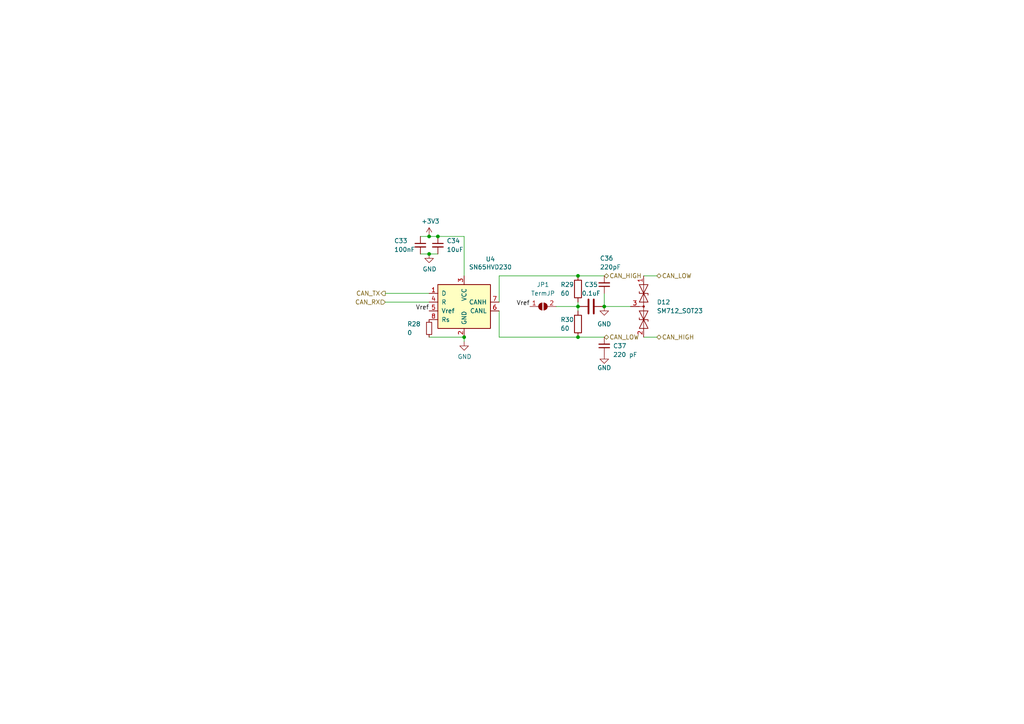
<source format=kicad_sch>
(kicad_sch (version 20211123) (generator eeschema)
  (paper "A4")
  (lib_symbols
    (symbol "Device:C" (pin_numbers hide) (pin_names (offset 0.254))
      (property "Reference" "C" (at 0.635 2.54 0))
      (property "Value" "C" (at 0.635 -2.54 0))
      (symbol "C_0_1"
        (polyline (pts (xy -2.032 -0.762) (xy 2.032 -0.762)) (stroke (width 0.508)))
        (polyline (pts (xy -2.032 0.762) (xy 2.032 0.762)) (stroke (width 0.508)))
      )
      (symbol "C_1_1"
        (pin passive line (at 0 3.81 270) (length 2.794) (name "~") (number "1"))
        (pin passive line (at 0 -3.81 90) (length 2.794) (name "~") (number "2"))
      )
    )
    (symbol "Device:C_Small" (pin_numbers hide) (pin_names (offset 0.254) hide)
      (property "Reference" "C" (at 0.254 1.778 0))
      (property "Value" "C_Small" (at 0.254 -2.032 0))
      (symbol "C_Small_0_1"
        (polyline (pts (xy -1.524 -0.508) (xy 1.524 -0.508)) (stroke (width 0.3302)))
        (polyline (pts (xy -1.524 0.508) (xy 1.524 0.508)) (stroke (width 0.3048)))
      )
      (symbol "C_Small_1_1"
        (pin passive line (at 0 2.54 270) (length 2.032) (name "~") (number "1"))
        (pin passive line (at 0 -2.54 90) (length 2.032) (name "~") (number "2"))
      )
    )
    (symbol "Device:R" (pin_numbers hide) (pin_names (offset 0))
      (property "Reference" "R" (at 2.032 0 90))
      (property "Value" "R" (at 0 0 90))
      (symbol "R_0_1"
        (rectangle (start -1.016 -2.54) (end 1.016 2.54) (stroke (width 0.254)))
      )
      (symbol "R_1_1"
        (pin passive line (at 0 3.81 270) (length 1.27) (name "~") (number "1"))
        (pin passive line (at 0 -3.81 90) (length 1.27) (name "~") (number "2"))
      )
    )
    (symbol "Device:R_Small" (pin_numbers hide) (pin_names (offset 0.254) hide)
      (property "Reference" "R" (at 0.762 0.508 0))
      (property "Value" "R_Small" (at 0.762 -1.016 0))
      (symbol "R_Small_0_1"
        (rectangle (start -0.762 1.778) (end 0.762 -1.778) (stroke (width 0.2032)))
      )
      (symbol "R_Small_1_1"
        (pin passive line (at 0 2.54 270) (length 0.762) (name "~") (number "1"))
        (pin passive line (at 0 -2.54 90) (length 0.762) (name "~") (number "2"))
      )
    )
    (symbol "Diode:SM712_SOT23" (pin_names (offset 1.016) hide)
      (property "Reference" "D" (at 0 4.445 0))
      (property "Value" "SM712_SOT23" (at 0 2.54 0))
      (symbol "SM712_SOT23_0_0"
        (polyline (pts (xy 0 -1.27) (xy 0 0)))
      )
      (symbol "SM712_SOT23_0_1"
        (polyline (pts (xy -6.35 0) (xy 6.35 0)))
        (polyline (pts (xy -3.302 1.27) (xy -3.81 1.27) (xy -3.81 -1.27) (xy -4.318 -1.27)) (stroke (width 0.2032)))
        (polyline (pts (xy 4.318 1.27) (xy 3.81 1.27) (xy 3.81 -1.27) (xy 3.302 -1.27)) (stroke (width 0.2032)))
        (polyline (pts (xy -6.35 -1.27) (xy -1.27 1.27) (xy -1.27 -1.27) (xy -6.35 1.27) (xy -6.35 -1.27)) (stroke (width 0.2032)))
        (polyline (pts (xy 1.27 -1.27) (xy 1.27 1.27) (xy 6.35 -1.27) (xy 6.35 1.27) (xy 1.27 -1.27)) (stroke (width 0.2032)))
        (circle (center 0 0) (radius 0.254) (fill (type outline)))
      )
      (symbol "SM712_SOT23_1_1"
        (pin passive line (at -8.89 0 0) (length 2.54) (name "A1") (number "1"))
        (pin passive line (at 8.89 0 180) (length 2.54) (name "A2") (number "2"))
        (pin input line (at 0 -3.81 90) (length 2.54) (name "common") (number "3"))
      )
    )
    (symbol "Interface_CAN_LIN:SN65HVD230" (pin_names (offset 1.016))
      (property "Reference" "U" (at -2.54 10.16 0))
      (property "Value" "SN65HVD230" (at -2.54 7.62 0))
      (symbol "SN65HVD230_0_1"
        (rectangle (start -7.62 5.08) (end 7.62 -7.62) (stroke (width 0.254)) (fill (type background)))
      )
      (symbol "SN65HVD230_1_1"
        (pin input line (at -10.16 2.54 0) (length 2.54) (name "D") (number "1"))
        (pin power_in line (at 0 -10.16 90) (length 2.54) (name "GND") (number "2"))
        (pin power_in line (at 0 7.62 270) (length 2.54) (name "VCC") (number "3"))
        (pin output line (at -10.16 0 0) (length 2.54) (name "R") (number "4"))
        (pin output line (at -10.16 -2.54 0) (length 2.54) (name "Vref") (number "5"))
        (pin bidirectional line (at 10.16 -2.54 180) (length 2.54) (name "CANL") (number "6"))
        (pin bidirectional line (at 10.16 0 180) (length 2.54) (name "CANH") (number "7"))
        (pin input line (at -10.16 -5.08 0) (length 2.54) (name "Rs") (number "8"))
      )
    )
    (symbol "Jumper:SolderJumper_2_Open" (pin_names (offset 0) hide)
      (property "Reference" "JP" (at 0 2.032 0))
      (property "Value" "SolderJumper_2_Open" (at 0 -2.54 0))
      (symbol "SolderJumper_2_Open_0_1"
        (arc (start -0.254 1.016) (mid -1.27 0) (end -0.254 -1.016))
        (arc (start -0.254 1.016) (mid -1.27 0) (end -0.254 -1.016) (fill (type outline)))
        (polyline (pts (xy -0.254 1.016) (xy -0.254 -1.016)))
        (polyline (pts (xy 0.254 1.016) (xy 0.254 -1.016)))
        (arc (start 0.254 -1.016) (mid 1.27 0) (end 0.254 1.016))
        (arc (start 0.254 -1.016) (mid 1.27 0) (end 0.254 1.016) (fill (type outline)))
      )
      (symbol "SolderJumper_2_Open_1_1"
        (pin passive line (at -3.81 0 0) (length 2.54) (name "A") (number "1"))
        (pin passive line (at 3.81 0 180) (length 2.54) (name "B") (number "2"))
      )
    )
    (symbol "power:+3.3V" (power) (pin_names (offset 0))
      (property "Value" "+3.3V" (at 0 3.556 0))
      (symbol "+3.3V_0_1"
        (polyline (pts (xy -0.762 1.27) (xy 0 2.54)))
        (polyline (pts (xy 0 0) (xy 0 2.54)))
        (polyline (pts (xy 0 2.54) (xy 0.762 1.27)))
      )
      (symbol "+3.3V_1_1"
        (pin power_in line (at 0 0 90) (length 0) hide (name "+3V3") (number "1"))
      )
    )
    (symbol "power:GND" (power) (pin_names (offset 0))
      (property "Value" "GND" (at 0 -3.81 0))
      (symbol "GND_0_1"
        (polyline (pts (xy 0 0) (xy 0 -1.27) (xy 1.27 -1.27) (xy 0 -2.54) (xy -1.27 -1.27) (xy 0 -1.27)))
      )
      (symbol "GND_1_1"
        (pin power_in line (at 0 0 270) (length 0) hide (name "GND") (number "1"))
      )
    )
  )
  (junction (at 124.46 73.66))
  (junction (at 167.64 88.9))
  (junction (at 124.46 68.58))
  (junction (at 167.64 80.01))
  (junction (at 175.26 88.9))
  (junction (at 167.64 97.79))
  (junction (at 127 68.58))
  (junction (at 134.62 97.79))
  (wire (pts (xy 186.69 97.79) (xy 190.5 97.79)))
  (wire (pts (xy 134.62 68.58) (xy 134.62 80.01)))
  (wire (pts (xy 121.92 73.66) (xy 124.46 73.66)))
  (wire (pts (xy 144.78 90.17) (xy 144.78 97.79)))
  (wire (pts (xy 175.26 85.09) (xy 175.26 88.9)))
  (wire (pts (xy 124.46 68.58) (xy 127 68.58)))
  (wire (pts (xy 175.26 88.9) (xy 182.88 88.9)))
  (wire (pts (xy 111.76 87.63) (xy 124.46 87.63)))
  (wire (pts (xy 167.64 97.79) (xy 175.26 97.79)))
  (wire (pts (xy 124.46 73.66) (xy 127 73.66)))
  (wire (pts (xy 167.64 88.9) (xy 167.64 90.17)))
  (wire (pts (xy 186.69 80.01) (xy 190.5 80.01)))
  (wire (pts (xy 111.76 85.09) (xy 124.46 85.09)))
  (wire (pts (xy 144.78 97.79) (xy 167.64 97.79)))
  (wire (pts (xy 167.64 87.63) (xy 167.64 88.9)))
  (wire (pts (xy 161.29 88.9) (xy 167.64 88.9)))
  (wire (pts (xy 124.46 97.79) (xy 134.62 97.79)))
  (wire (pts (xy 127 68.58) (xy 134.62 68.58)))
  (wire (pts (xy 121.92 68.58) (xy 124.46 68.58)))
  (wire (pts (xy 167.64 80.01) (xy 175.26 80.01)))
  (wire (pts (xy 134.62 99.06) (xy 134.62 97.79)))
  (wire (pts (xy 144.78 87.63) (xy 144.78 80.01)))
  (wire (pts (xy 144.78 80.01) (xy 167.64 80.01)))
  (label "Vref" (at 124.46 90.17 180))
  (label "Vref" (at 153.67 88.9 180))
  (hierarchical_label "CAN_RX" (shape input) (at 111.76 87.63 180))
  (hierarchical_label "CAN_HIGH" (shape bidirectional) (at 175.26 80.01 0))
  (hierarchical_label "CAN_TX" (shape output) (at 111.76 85.09 180))
  (hierarchical_label "CAN_HIGH" (shape bidirectional) (at 190.5 97.79 0))
  (hierarchical_label "CAN_LOW" (shape bidirectional) (at 190.5 80.01 0))
  (hierarchical_label "CAN_LOW" (shape bidirectional) (at 175.26 97.79 0))
  (symbol (lib_id "power:GND") (at 134.62 99.06 0) (unit 1)
    (property "Reference" "#PWR0130" (effects hide))
    (property "Value" "GND" (at 134.747 103.4542 0))
  )
  (symbol (lib_id "power:+3.3V") (at 124.46 68.58 0) (unit 1)
    (property "Reference" "#PWR0131" (effects hide))
    (property "Value" "+3.3V" (at 124.841 64.1858 0))
  )
  (symbol (lib_id "Interface_CAN_LIN:SN65HVD230") (at 134.62 87.63 0) (unit 1)
    (property "Reference" "U4" (at 142.24 75.1586 0))
    (property "Value" "SN65HVD230" (at 142.24 77.47 0))
    (property "Footprint" "Package_SO:SOIC-8_3.9x4.9mm_P1.27mm" (effects hide))
    (property "Datasheet" "http://www.ti.com/lit/ds/symlink/sn65hvd230.pdf" (effects hide))
  )
  (symbol (lib_id "Device:C_Small") (at 127 71.12 0) (unit 1)
    (property "Reference" "C34" (at 129.54 69.8562 0) (effects (justify left)))
    (property "Value" "10uF" (at 129.54 72.3962 0) (effects (justify left)))
    (property "Footprint" "Capacitor_SMD:C_0603_1608Metric" (effects hide))
  )
  (symbol (lib_id "Device:C_Small") (at 175.26 82.55 180) (unit 1)
    (property "Reference" "C36" (at 173.99 74.93 0) (effects (justify right)))
    (property "Value" "220pF" (at 173.99 77.47 0) (effects (justify right)))
    (property "Footprint" "Capacitor_SMD:C_0402_1005Metric" (effects hide))
  )
  (symbol (lib_id "Diode:SM712_SOT23") (at 186.69 88.9 270) (unit 1)
    (property "Reference" "D12" (at 190.5 87.63 90) (effects (justify left)))
    (property "Value" "SM712_SOT23" (at 190.5 90.17 90) (effects (justify left)))
    (property "Footprint" "Package_TO_SOT_SMD:SOT-23" (effects hide))
    (property "Datasheet" "https://www.littelfuse.com/~/media/electronics/datasheets/tvs_diode_arrays/littelfuse_tvs_diode_array_sm712_datasheet.pdf.pdf" (effects hide))
  )
  (symbol (lib_id "power:GND") (at 175.26 88.9 0) (unit 1)
    (property "Reference" "#PWR0146" (effects hide))
    (property "Value" "GND" (at 175.26 93.98 0))
  )
  (symbol (lib_id "power:GND") (at 175.26 102.87 0) (unit 1)
    (property "Reference" "#PWR0151" (effects hide))
    (property "Value" "GND" (at 175.26 106.68 0))
  )
  (symbol (lib_id "Device:C_Small") (at 121.92 71.12 0) (unit 1)
    (property "Reference" "C33" (at 114.3 69.85 0) (effects (justify left)))
    (property "Value" "100nF" (at 114.3 72.39 0) (effects (justify left)))
    (property "Footprint" "Capacitor_SMD:C_0402_1005Metric" (effects hide))
  )
  (symbol (lib_id "Device:R_Small") (at 124.46 95.25 0) (unit 1)
    (property "Reference" "R28" (at 118.11 93.98 0) (effects (justify left)))
    (property "Value" "0" (at 118.11 96.52 0) (effects (justify left)))
    (property "Footprint" "Resistor_SMD:R_0402_1005Metric" (effects hide))
  )
  (symbol (lib_id "Device:R") (at 167.64 93.98 0) (unit 1)
    (property "Reference" "R30" (at 162.56 92.71 0) (effects (justify left)))
    (property "Value" "60" (at 162.56 95.25 0) (effects (justify left)))
    (property "Footprint" "Resistor_SMD:R_0402_1005Metric" (effects hide))
  )
  (symbol (lib_id "Device:R") (at 167.64 83.82 0) (unit 1)
    (property "Reference" "R29" (at 162.56 82.55 0) (effects (justify left)))
    (property "Value" "60" (at 162.56 85.09 0) (effects (justify left)))
    (property "Footprint" "Resistor_SMD:R_0402_1005Metric" (effects hide))
  )
  (symbol (lib_id "Device:C") (at 171.45 88.9 90) (unit 1)
    (property "Reference" "C35" (at 171.45 82.55 90))
    (property "Value" "0.1uF" (at 171.45 85.09 90))
    (property "Footprint" "Capacitor_SMD:C_0402_1005Metric" (effects hide))
  )
  (symbol (lib_id "power:GND") (at 124.46 73.66 0) (unit 1)
    (property "Reference" "#PWR0145" (effects hide))
    (property "Value" "GND" (at 124.587 78.0542 0))
  )
  (symbol (lib_id "Jumper:SolderJumper_2_Open") (at 157.48 88.9 0) (unit 1)
    (property "Reference" "JP1" (at 157.48 82.55 0))
    (property "Value" "TermJP" (at 157.48 85.09 0))
    (property "Footprint" "Jumper:SolderJumper-2_P1.3mm_Open_RoundedPad1.0x1.5mm" (effects hide))
  )
  (symbol (lib_id "Device:C_Small") (at 175.26 100.33 180) (unit 1)
    (property "Reference" "C37" (at 177.8 100.33 0) (effects (justify right)))
    (property "Value" "220 pF" (at 177.8 102.87 0) (effects (justify right)))
    (property "Footprint" "Capacitor_SMD:C_0402_1005Metric" (effects hide))
  )
)
</source>
